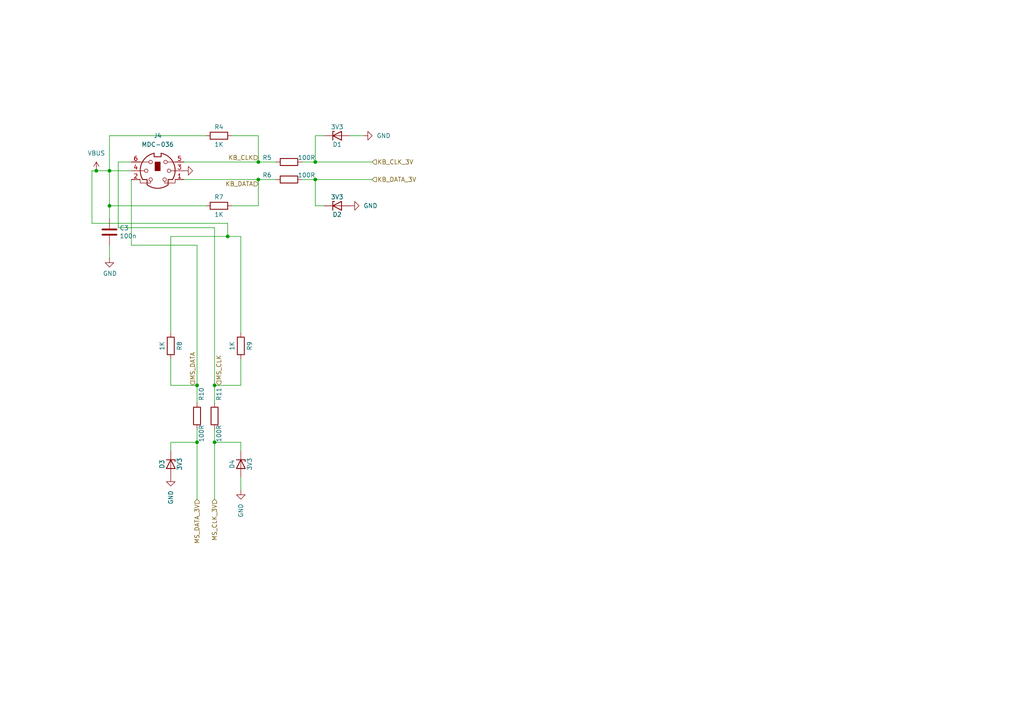
<source format=kicad_sch>
(kicad_sch (version 20250114) (generator "eeschema") (generator_version "9.0")
  (paper "A4")
  (title_block (title "TurboFRANK") (date "2025-03-19") (rev "1.04") (company "Mikhail Matveev") (comment 1 "https://github.com/xtremespb/frank"))
  (lib_symbols
    (symbol "Connector:Mini-DIN-6" (pin_names (offset 1.016))
      (property "Reference" "J" (at 0 6.35 0))
      (property "Value" "Mini-DIN-6" (at 0 -6.35 0))
      (symbol "Mini-DIN-6_0_1"
        (polyline (pts (xy -4.318 -2.54) (xy -3.048 -2.54) (xy -3.048 -4.064)) (stroke (width 0.254)))
        (polyline (pts (xy -3.81 0) (xy -5.08 0)))
        (circle (center -3.302 0) (radius 0.508))
        (polyline (pts (xy -2.54 2.54) (xy -5.08 2.54)))
        (circle (center -2.032 2.54) (radius 0.508))
        (circle (center -2.032 -2.54) (radius 0.508))
        (polyline (pts (xy -2.032 -3.048) (xy -2.032 -3.556) (xy -5.08 -3.556) (xy -5.08 -2.54)))
        (polyline (pts (xy -1.016 5.08) (xy -1.016 4.064) (xy 1.016 4.064) (xy 1.016 5.08)) (stroke (width 0.254)))
        (rectangle (start -0.762 2.54) (end 0.762 0) (fill (type outline)))
        (arc (start 3.048 -4.064) (mid 0 -5.08) (end -3.048 -4.064) (stroke (width 0.254)))
        (arc (start 1.016 5.08) (mid 4.6646 2.1356) (end 4.318 -2.54) (stroke (width 0.254)))
        (arc (start -4.318 -2.54) (mid -4.6241 2.1181) (end -1.016 5.08) (stroke (width 0.254)))
        (circle (center 2.032 -2.54) (radius 0.508))
        (polyline (pts (xy 2.032 -3.048) (xy 2.032 -3.556) (xy 5.08 -3.556) (xy 5.08 -2.54)))
        (circle (center 2.286 2.54) (radius 0.508))
        (polyline (pts (xy 2.794 2.54) (xy 5.08 2.54)))
        (circle (center 3.302 0) (radius 0.508))
        (polyline (pts (xy 4.318 -2.54) (xy 3.048 -2.54) (xy 3.048 -4.064)) (stroke (width 0.254)))
        (polyline (pts (xy 5.08 0) (xy 3.81 0)))
      )
      (symbol "Mini-DIN-6_1_1"
        (pin passive line (at -7.62 2.54 0) (length 2.54) (name "~") (number "6"))
        (pin passive line (at -7.62 0 0) (length 2.54) (name "~") (number "4"))
        (pin passive line (at -7.62 -2.54 0) (length 2.54) (name "~") (number "2"))
        (pin passive line (at 7.62 2.54 180) (length 2.54) (name "~") (number "5"))
        (pin passive line (at 7.62 0 180) (length 2.54) (name "~") (number "3"))
        (pin passive line (at 7.62 -2.54 180) (length 2.54) (name "~") (number "1"))
      )
    )
    (symbol "Device:C" (pin_numbers (hide yes)) (pin_names (offset 0.254))
      (property "Reference" "C" (at 0.635 2.54 0))
      (property "Value" "C" (at 0.635 -2.54 0))
      (symbol "C_0_1"
        (polyline (pts (xy -2.032 0.762) (xy 2.032 0.762)) (stroke (width 0.508)))
        (polyline (pts (xy -2.032 -0.762) (xy 2.032 -0.762)) (stroke (width 0.508)))
      )
      (symbol "C_1_1"
        (pin passive line (at 0 3.81 270) (length 2.794) (name "~") (number "1"))
        (pin passive line (at 0 -3.81 90) (length 2.794) (name "~") (number "2"))
      )
    )
    (symbol "Device:D_Zener" (pin_numbers (hide yes)) (pin_names (offset 1.016) (hide yes))
      (property "Reference" "D" (at 0 2.54 0))
      (property "Value" "D_Zener" (at 0 -2.54 0))
      (symbol "D_Zener_0_1"
        (polyline (pts (xy -1.27 -1.27) (xy -1.27 1.27) (xy -0.762 1.27)) (stroke (width 0.254)))
        (polyline (pts (xy 1.27 0) (xy -1.27 0)))
        (polyline (pts (xy 1.27 -1.27) (xy 1.27 1.27) (xy -1.27 0) (xy 1.27 -1.27)) (stroke (width 0.254)))
      )
      (symbol "D_Zener_1_1"
        (pin passive line (at -3.81 0 0) (length 2.54) (name "K") (number "1"))
        (pin passive line (at 3.81 0 180) (length 2.54) (name "A") (number "2"))
      )
    )
    (symbol "Device:R" (pin_numbers (hide yes)) (pin_names (offset 0))
      (property "Reference" "R" (at 2.032 0 90))
      (property "Value" "R" (at 0 0 90))
      (symbol "R_0_1"
        (rectangle (start -1.016 -2.54) (end 1.016 2.54) (stroke (width 0.254)))
      )
      (symbol "R_1_1"
        (pin passive line (at 0 3.81 270) (length 1.27) (name "~") (number "1"))
        (pin passive line (at 0 -3.81 90) (length 1.27) (name "~") (number "2"))
      )
    )
    (symbol "GND_1" (power) (pin_numbers (hide yes)) (pin_names (offset 0) (hide yes))
      (property "Value" "GND" (at 0 -3.81 0))
      (symbol "GND_1_0_1"
        (polyline (pts (xy 0 0) (xy 0 -1.27) (xy 1.27 -1.27) (xy 0 -2.54) (xy -1.27 -1.27) (xy 0 -1.27)))
      )
      (symbol "GND_1_1_1"
        (pin power_in line (at 0 0 270) (length 0) (name "~") (number "1"))
      )
    )
    (symbol "GND_2" (power) (pin_numbers (hide yes)) (pin_names (offset 0) (hide yes))
      (property "Value" "GND" (at 0 -3.81 0))
      (symbol "GND_2_0_1"
        (polyline (pts (xy 0 0) (xy 0 -1.27) (xy 1.27 -1.27) (xy 0 -2.54) (xy -1.27 -1.27) (xy 0 -1.27)))
      )
      (symbol "GND_2_1_1"
        (pin power_in line (at 0 0 270) (length 0) (name "~") (number "1"))
      )
    )
    (symbol "GND_3" (power) (pin_numbers (hide yes)) (pin_names (offset 0) (hide yes))
      (property "Value" "GND" (at 0 -3.81 0))
      (symbol "GND_3_0_1"
        (polyline (pts (xy 0 0) (xy 0 -1.27) (xy 1.27 -1.27) (xy 0 -2.54) (xy -1.27 -1.27) (xy 0 -1.27)))
      )
      (symbol "GND_3_1_1"
        (pin power_in line (at 0 0 270) (length 0) (name "~") (number "1"))
      )
    )
    (symbol "GND_4" (power) (pin_numbers (hide yes)) (pin_names (offset 0) (hide yes))
      (property "Value" "GND" (at 0 -3.81 0))
      (symbol "GND_4_0_1"
        (polyline (pts (xy 0 0) (xy 0 -1.27) (xy 1.27 -1.27) (xy 0 -2.54) (xy -1.27 -1.27) (xy 0 -1.27)))
      )
      (symbol "GND_4_1_1"
        (pin power_in line (at 0 0 270) (length 0) (name "~") (number "1"))
      )
    )
    (symbol "GND_6" (power) (pin_numbers (hide yes)) (pin_names (offset 0) (hide yes))
      (property "Value" "GND" (at 0 -3.81 0))
      (symbol "GND_6_0_1"
        (polyline (pts (xy 0 0) (xy 0 -1.27) (xy 1.27 -1.27) (xy 0 -2.54) (xy -1.27 -1.27) (xy 0 -1.27)))
      )
      (symbol "GND_6_1_1"
        (pin power_in line (at 0 0 270) (length 0) (name "~") (number "1"))
      )
    )
    (symbol "power:GND" (power) (pin_numbers (hide yes)) (pin_names (offset 0) (hide yes))
      (property "Value" "GND" (at 0 -3.81 0))
      (symbol "GND_0_1"
        (polyline (pts (xy 0 0) (xy 0 -1.27) (xy 1.27 -1.27) (xy 0 -2.54) (xy -1.27 -1.27) (xy 0 -1.27)))
      )
      (symbol "GND_1_1"
        (pin power_in line (at 0 0 270) (length 0) (name "~") (number "1"))
      )
    )
    (symbol "power:VBUS" (power) (pin_numbers (hide yes)) (pin_names (offset 0) (hide yes))
      (property "Value" "VBUS" (at 0 3.556 0))
      (symbol "VBUS_0_1"
        (polyline (pts (xy -0.762 1.27) (xy 0 2.54)))
        (polyline (pts (xy 0 2.54) (xy 0.762 1.27)))
        (polyline (pts (xy 0 0) (xy 0 2.54)))
      )
      (symbol "VBUS_1_1"
        (pin power_in line (at 0 0 90) (length 0) (name "~") (number "1"))
      )
    )
  )
  (junction (at 91.44 52.07))
  (junction (at 57.15 128.27))
  (junction (at 66.04 68.58))
  (junction (at 57.15 111.76))
  (junction (at 74.93 46.99))
  (junction (at 31.75 49.53))
  (junction (at 91.44 46.99))
  (junction (at 62.23 128.27))
  (junction (at 31.75 59.69))
  (junction (at 62.23 111.76))
  (junction (at 74.93 52.07))
  (junction (at 27.94 49.53))
  (wire (pts (xy 57.15 128.27) (xy 57.15 144.78)))
  (wire (pts (xy 69.85 111.76) (xy 62.23 111.76)))
  (wire (pts (xy 69.85 128.27) (xy 62.23 128.27)))
  (wire (pts (xy 74.93 52.07) (xy 80.01 52.07)))
  (wire (pts (xy 74.93 46.99) (xy 80.01 46.99)))
  (wire (pts (xy 59.69 59.69) (xy 31.75 59.69)))
  (wire (pts (xy 49.53 96.52) (xy 49.53 68.58)))
  (wire (pts (xy 49.53 104.14) (xy 49.53 111.76)))
  (wire (pts (xy 27.94 49.53) (xy 26.67 49.53)))
  (wire (pts (xy 31.75 59.69) (xy 31.75 63.5)))
  (wire (pts (xy 31.75 39.37) (xy 31.75 49.53)))
  (wire (pts (xy 62.23 128.27) (xy 62.23 124.46)))
  (wire (pts (xy 62.23 128.27) (xy 62.23 144.78)))
  (wire (pts (xy 38.1 52.07) (xy 38.1 71.12)))
  (wire (pts (xy 101.6 39.37) (xy 105.41 39.37)))
  (wire (pts (xy 69.85 130.81) (xy 69.85 128.27)))
  (wire (pts (xy 91.44 52.07) (xy 87.63 52.07)))
  (wire (pts (xy 91.44 59.69) (xy 91.44 52.07)))
  (wire (pts (xy 69.85 104.14) (xy 69.85 111.76)))
  (wire (pts (xy 91.44 52.07) (xy 107.95 52.07)))
  (wire (pts (xy 31.75 59.69) (xy 31.75 49.53)))
  (wire (pts (xy 59.69 39.37) (xy 31.75 39.37)))
  (wire (pts (xy 38.1 46.99) (xy 34.29 46.99)))
  (wire (pts (xy 66.04 64.77) (xy 66.04 68.58)))
  (wire (pts (xy 66.04 68.58) (xy 69.85 68.58)))
  (wire (pts (xy 49.53 128.27) (xy 57.15 128.27)))
  (wire (pts (xy 93.98 59.69) (xy 91.44 59.69)))
  (wire (pts (xy 57.15 111.76) (xy 49.53 111.76)))
  (wire (pts (xy 93.98 39.37) (xy 91.44 39.37)))
  (wire (pts (xy 53.34 52.07) (xy 74.93 52.07)))
  (wire (pts (xy 34.29 46.99) (xy 34.29 66.04)))
  (wire (pts (xy 91.44 46.99) (xy 107.95 46.99)))
  (wire (pts (xy 38.1 71.12) (xy 57.15 71.12)))
  (wire (pts (xy 91.44 39.37) (xy 91.44 46.99)))
  (wire (pts (xy 31.75 49.53) (xy 38.1 49.53)))
  (wire (pts (xy 31.75 49.53) (xy 27.94 49.53)))
  (wire (pts (xy 67.31 59.69) (xy 74.93 59.69)))
  (wire (pts (xy 74.93 39.37) (xy 74.93 46.99)))
  (wire (pts (xy 26.67 64.77) (xy 66.04 64.77)))
  (wire (pts (xy 62.23 111.76) (xy 62.23 116.84)))
  (wire (pts (xy 49.53 130.81) (xy 49.53 128.27)))
  (wire (pts (xy 57.15 71.12) (xy 57.15 111.76)))
  (wire (pts (xy 57.15 128.27) (xy 57.15 124.46)))
  (wire (pts (xy 34.29 66.04) (xy 62.23 66.04)))
  (wire (pts (xy 26.67 49.53) (xy 26.67 64.77)))
  (wire (pts (xy 53.34 46.99) (xy 74.93 46.99)))
  (wire (pts (xy 69.85 96.52) (xy 69.85 68.58)))
  (wire (pts (xy 67.31 39.37) (xy 74.93 39.37)))
  (wire (pts (xy 31.75 71.12) (xy 31.75 74.93)))
  (wire (pts (xy 49.53 68.58) (xy 66.04 68.58)))
  (wire (pts (xy 74.93 52.07) (xy 74.93 59.69)))
  (wire (pts (xy 62.23 66.04) (xy 62.23 111.76)))
  (wire (pts (xy 57.15 111.76) (xy 57.15 116.84)))
  (wire (pts (xy 91.44 46.99) (xy 87.63 46.99)))
  (wire (pts (xy 69.85 138.43) (xy 69.85 142.24)))
  (hierarchical_label "MS_CLK_3V" (shape input) (at 62.23 144.78 270))
  (hierarchical_label "MS_CLK" (shape input) (at 63.5 111.76 90))
  (hierarchical_label "KB_CLK" (shape input) (at 74.93 45.72 180))
  (hierarchical_label "KB_DATA_3V" (shape input) (at 107.95 52.07 0))
  (hierarchical_label "MS_DATA_3V" (shape input) (at 57.15 144.78 270))
  (hierarchical_label "MS_DATA" (shape input) (at 55.88 111.76 90))
  (hierarchical_label "KB_CLK_3V" (shape input) (at 107.95 46.99 0))
  (hierarchical_label "KB_DATA" (shape input) (at 74.93 53.34 180))
  (symbol (lib_name "GND_6") (lib_id "power:GND") (at 101.6 59.69 90) (unit 1)
    (property "Reference" "#PWR020" (effects (hide yes)))
    (property "Value" "GND" (at 105.41 59.6899 90) (effects (justify right)))
    (property "Description" "Power symbol creates a global label with name \"GND\" , ground" (effects (hide yes)))
  )
  (symbol (lib_id "Device:D_Zener") (at 97.79 59.69 0) (unit 1)
    (property "Reference" "D2" (at 97.79 62.23 0))
    (property "Value" "3V3" (at 97.79 57.15 0))
    (property "Footprint" "FRANK:Diode (SOD-323)" (effects (hide yes)))
    (property "Datasheet" "https://www.vishay.com/docs/83335/bzx384g.pdf" (effects (hide yes)))
    (property "AliExpress" "https://www.aliexpress.com/item/1005006143480992.html" (effects (hide yes)))
  )
  (symbol (lib_name "GND_3") (lib_id "power:GND") (at 31.75 74.93 0) (unit 1)
    (property "Reference" "#PWR021" (effects (hide yes)))
    (property "Value" "GND" (at 31.877 79.3242 0))
    (property "Description" "Power symbol creates a global label with name \"GND\" , ground" (effects (hide yes)))
  )
  (symbol (lib_id "Device:R") (at 49.53 100.33 0) (unit 1)
    (property "Reference" "R8" (at 52.07 100.33 90))
    (property "Value" "1K" (at 46.99 100.33 90))
    (property "Footprint" "FRANK:Resistor (0805)" (effects (hide yes)))
    (property "Datasheet" "https://www.vishay.com/docs/28952/mcs0402at-mct0603at-mcu0805at-mca1206at.pdf" (effects (hide yes)))
    (property "AliExpress" "https://www.aliexpress.com/item/1005005945735199.html" (effects (hide yes)))
  )
  (symbol (lib_name "GND_1") (lib_id "power:GND") (at 69.85 142.24 0) (unit 1)
    (property "Reference" "#PWR023" (effects (hide yes)))
    (property "Value" "GND" (at 69.8501 146.05 90) (effects (justify right)))
    (property "Description" "Power symbol creates a global label with name \"GND\" , ground" (effects (hide yes)))
  )
  (symbol (lib_id "Device:R") (at 83.82 52.07 90) (unit 1)
    (property "Reference" "R6" (at 77.47 50.8 90))
    (property "Value" "100R" (at 88.9 50.8 90))
    (property "Footprint" "FRANK:Resistor (0805)" (effects (hide yes)))
    (property "Datasheet" "https://www.vishay.com/docs/28952/mcs0402at-mct0603at-mcu0805at-mca1206at.pdf" (effects (hide yes)))
    (property "AliExpress" "https://www.aliexpress.com/item/1005005945735199.html" (effects (hide yes)))
  )
  (symbol (lib_id "Device:R") (at 69.85 100.33 0) (unit 1)
    (property "Reference" "R9" (at 72.39 100.33 90))
    (property "Value" "1K" (at 67.31 100.33 90))
    (property "Footprint" "FRANK:Resistor (0805)" (effects (hide yes)))
    (property "Datasheet" "https://www.vishay.com/docs/28952/mcs0402at-mct0603at-mcu0805at-mca1206at.pdf" (effects (hide yes)))
    (property "AliExpress" "https://www.aliexpress.com/item/1005005945735199.html" (effects (hide yes)))
  )
  (symbol (lib_id "Device:R") (at 83.82 46.99 90) (unit 1)
    (property "Reference" "R5" (at 77.47 45.72 90))
    (property "Value" "100R" (at 88.9 45.72 90))
    (property "Footprint" "FRANK:Resistor (0805)" (effects (hide yes)))
    (property "Datasheet" "https://www.vishay.com/docs/28952/mcs0402at-mct0603at-mcu0805at-mca1206at.pdf" (effects (hide yes)))
    (property "AliExpress" "https://www.aliexpress.com/item/1005005945735199.html" (effects (hide yes)))
  )
  (symbol (lib_id "Device:R") (at 57.15 120.65 0) (unit 1)
    (property "Reference" "R10" (at 58.42 114.3 90))
    (property "Value" "100R" (at 58.42 125.73 90))
    (property "Footprint" "FRANK:Resistor (0805)" (effects (hide yes)))
    (property "Datasheet" "https://www.vishay.com/docs/28952/mcs0402at-mct0603at-mcu0805at-mca1206at.pdf" (effects (hide yes)))
    (property "AliExpress" "https://www.aliexpress.com/item/1005005945735199.html" (effects (hide yes)))
  )
  (symbol (lib_name "GND_4") (lib_id "power:GND") (at 105.41 39.37 90) (unit 1)
    (property "Reference" "#PWR017" (effects (hide yes)))
    (property "Value" "GND" (at 109.22 39.3699 90) (effects (justify right)))
    (property "Description" "Power symbol creates a global label with name \"GND\" , ground" (effects (hide yes)))
  )
  (symbol (lib_id "Device:D_Zener") (at 49.53 134.62 270) (unit 1)
    (property "Reference" "D3" (at 46.99 134.62 0))
    (property "Value" "3V3" (at 52.07 134.62 0))
    (property "Footprint" "FRANK:Diode (SOD-323)" (effects (hide yes)))
    (property "Datasheet" "https://www.vishay.com/docs/83335/bzx384g.pdf" (effects (hide yes)))
    (property "AliExpress" "https://www.aliexpress.com/item/1005006143480992.html" (effects (hide yes)))
  )
  (symbol (lib_id "power:VBUS") (at 27.94 49.53 0) (unit 1)
    (property "Reference" "#PWR018" (effects (hide yes)))
    (property "Value" "VBUS" (at 27.94 44.45 0))
    (property "Description" "Power symbol creates a global label with name \"VBUS\"" (effects (hide yes)))
  )
  (symbol (lib_id "Device:R") (at 63.5 59.69 90) (unit 1)
    (property "Reference" "R7" (at 63.5 57.15 90))
    (property "Value" "1K" (at 63.5 62.23 90))
    (property "Footprint" "FRANK:Resistor (0805)" (effects (hide yes)))
    (property "Datasheet" "https://www.vishay.com/docs/28952/mcs0402at-mct0603at-mcu0805at-mca1206at.pdf" (effects (hide yes)))
    (property "AliExpress" "https://www.aliexpress.com/item/1005005945735199.html" (effects (hide yes)))
  )
  (symbol (lib_id "Device:R") (at 63.5 39.37 90) (unit 1)
    (property "Reference" "R4" (at 63.5 36.83 90))
    (property "Value" "1K" (at 63.5 41.91 90))
    (property "Footprint" "FRANK:Resistor (0805)" (effects (hide yes)))
    (property "Datasheet" "https://www.vishay.com/docs/28952/mcs0402at-mct0603at-mcu0805at-mca1206at.pdf" (effects (hide yes)))
    (property "AliExpress" "https://www.aliexpress.com/item/1005005945735199.html" (effects (hide yes)))
  )
  (symbol (lib_id "Connector:Mini-DIN-6") (at 45.72 49.53 0) (unit 1)
    (property "Reference" "J4" (at 45.7377 39.37 0))
    (property "Value" "MDC-036" (at 45.7377 41.91 0))
    (property "Footprint" "FRANK:MiniDIN (6 Pin, female)" (effects (hide yes)))
    (property "Datasheet" "http://service.powerdynamics.com/ec/Catalog17/Section%2011.pdf" (effects (hide yes)))
    (property "AliExpress" "https://www.aliexpress.com/item/4000106131593.html" (effects (hide yes)))
  )
  (symbol (lib_id "power:GND") (at 53.34 49.53 90) (unit 1)
    (property "Reference" "#PWR019" (effects (hide yes)))
    (property "Value" "GND" (effects (hide yes)))
    (property "Description" "Power symbol creates a global label with name \"GND\" , ground" (effects (hide yes)))
  )
  (symbol (lib_name "GND_2") (lib_id "power:GND") (at 49.53 138.43 0) (unit 1)
    (property "Reference" "#PWR022" (effects (hide yes)))
    (property "Value" "GND" (at 49.5301 142.24 90) (effects (justify right)))
    (property "Description" "Power symbol creates a global label with name \"GND\" , ground" (effects (hide yes)))
  )
  (symbol (lib_id "Device:D_Zener") (at 97.79 39.37 0) (unit 1)
    (property "Reference" "D1" (at 97.79 41.91 0))
    (property "Value" "3V3" (at 97.79 36.83 0))
    (property "Footprint" "FRANK:Diode (SOD-323)" (effects (hide yes)))
    (property "Datasheet" "https://www.vishay.com/docs/83335/bzx384g.pdf" (effects (hide yes)))
    (property "AliExpress" "https://www.aliexpress.com/item/1005006143480992.html" (effects (hide yes)))
  )
  (symbol (lib_id "Device:R") (at 62.23 120.65 0) (unit 1)
    (property "Reference" "R11" (at 63.5 114.3 90))
    (property "Value" "100R" (at 63.5 125.73 90))
    (property "Footprint" "FRANK:Resistor (0805)" (effects (hide yes)))
    (property "Datasheet" "https://www.vishay.com/docs/28952/mcs0402at-mct0603at-mcu0805at-mca1206at.pdf" (effects (hide yes)))
    (property "AliExpress" "https://www.aliexpress.com/item/1005005945735199.html" (effects (hide yes)))
  )
  (symbol (lib_id "Device:D_Zener") (at 69.85 134.62 270) (unit 1)
    (property "Reference" "D4" (at 67.31 134.62 0))
    (property "Value" "3V3" (at 72.39 134.62 0))
    (property "Footprint" "FRANK:Diode (SOD-323)" (effects (hide yes)))
    (property "Datasheet" "https://www.vishay.com/docs/83335/bzx384g.pdf" (effects (hide yes)))
    (property "AliExpress" "https://www.aliexpress.com/item/1005006143480992.html" (effects (hide yes)))
  )
  (symbol (lib_id "Device:C") (at 31.75 67.31 0) (unit 1)
    (property "Reference" "C3" (at 34.671 66.1416 0) (effects (justify left)))
    (property "Value" "100n" (at 34.671 68.453 0) (effects (justify left)))
    (property "Footprint" "FRANK:Capacitor (0805)" (effects (hide yes)))
    (property "Datasheet" "https://eu.mouser.com/datasheet/2/40/KGM_X7R-3223212.pdf" (effects (hide yes)))
    (property "AliExpress" "https://www.aliexpress.com/item/33008008276.html" (effects (hide yes)))
  )
)
</source>
